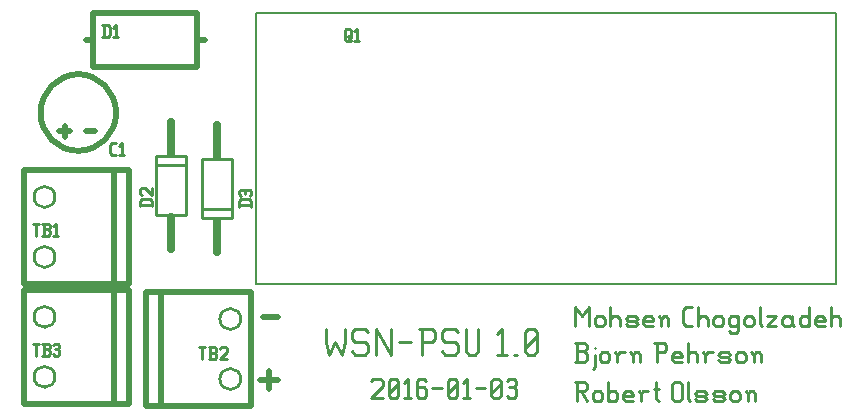
<source format=gbr>
G04 start of page 8 for group -4079 idx -4079 *
G04 Title: (unknown), topsilk *
G04 Creator: pcb 20110918 *
G04 CreationDate: sön  3 jan 2016 17:39:44 UTC *
G04 For: mohsen *
G04 Format: Gerber/RS-274X *
G04 PCB-Dimensions: 600000 500000 *
G04 PCB-Coordinate-Origin: lower left *
%MOIN*%
%FSLAX25Y25*%
%LNTOPSILK*%
%ADD67C,0.0197*%
%ADD66C,0.0250*%
%ADD65C,0.0059*%
%ADD64C,0.0100*%
%ADD63C,0.0200*%
G54D63*X25000Y450000D02*X28000D01*
X18000D02*Y448000D01*
X84000Y388000D02*X89000D01*
X84000Y367000D02*X89000D01*
X86000Y370000D02*Y364000D01*
X85000Y367000D02*X83000D01*
G54D64*X120000Y366600D02*X120800Y367400D01*
X123200D01*
X124000Y366600D01*
Y365000D01*
X120000Y361000D02*X124000Y365000D01*
X120000Y361000D02*X124000D01*
X125920Y361800D02*X126720Y361000D01*
X125920Y366600D02*Y361800D01*
Y366600D02*X126720Y367400D01*
X128320D01*
X129120Y366600D01*
Y361800D01*
X128320Y361000D02*X129120Y361800D01*
X126720Y361000D02*X128320D01*
X125920Y362600D02*X129120Y365800D01*
X131040Y366120D02*X132320Y367400D01*
Y361000D01*
X131040D02*X133440D01*
X137760Y367400D02*X138560Y366600D01*
X136160Y367400D02*X137760D01*
X135360Y366600D02*X136160Y367400D01*
X135360Y366600D02*Y361800D01*
X136160Y361000D01*
X137760Y364520D02*X138560Y363720D01*
X135360Y364520D02*X137760D01*
X136160Y361000D02*X137760D01*
X138560Y361800D01*
Y363720D02*Y361800D01*
X140480Y364200D02*X143680D01*
X145600Y361800D02*X146400Y361000D01*
X145600Y366600D02*Y361800D01*
Y366600D02*X146400Y367400D01*
X148000D01*
X148800Y366600D01*
Y361800D01*
X148000Y361000D02*X148800Y361800D01*
X146400Y361000D02*X148000D01*
X145600Y362600D02*X148800Y365800D01*
X150720Y366120D02*X152000Y367400D01*
Y361000D01*
X150720D02*X153120D01*
X155040Y364200D02*X158240D01*
X160160Y361800D02*X160960Y361000D01*
X160160Y366600D02*Y361800D01*
Y366600D02*X160960Y367400D01*
X162560D01*
X163360Y366600D01*
Y361800D01*
X162560Y361000D02*X163360Y361800D01*
X160960Y361000D02*X162560D01*
X160160Y362600D02*X163360Y365800D01*
X165280Y366600D02*X166080Y367400D01*
X167680D01*
X168480Y366600D01*
X167680Y361000D02*X168480Y361800D01*
X166080Y361000D02*X167680D01*
X165280Y361800D02*X166080Y361000D01*
Y364520D02*X167680D01*
X168480Y366600D02*Y365320D01*
Y363720D02*Y361800D01*
Y363720D02*X167680Y364520D01*
X168480Y365320D02*X167680Y364520D01*
X188000Y366400D02*X191200D01*
X192000Y365600D01*
Y364000D01*
X191200Y363200D02*X192000Y364000D01*
X188800Y363200D02*X191200D01*
X188800Y366400D02*Y360000D01*
X190080Y363200D02*X192000Y360000D01*
X193920Y362400D02*Y360800D01*
Y362400D02*X194720Y363200D01*
X196320D01*
X197120Y362400D01*
Y360800D01*
X196320Y360000D02*X197120Y360800D01*
X194720Y360000D02*X196320D01*
X193920Y360800D02*X194720Y360000D01*
X199040Y366400D02*Y360000D01*
Y360800D02*X199840Y360000D01*
X201440D01*
X202240Y360800D01*
Y362400D02*Y360800D01*
X201440Y363200D02*X202240Y362400D01*
X199840Y363200D02*X201440D01*
X199040Y362400D02*X199840Y363200D01*
X204960Y360000D02*X207360D01*
X204160Y360800D02*X204960Y360000D01*
X204160Y362400D02*Y360800D01*
Y362400D02*X204960Y363200D01*
X206560D01*
X207360Y362400D01*
X204160Y361600D02*X207360D01*
Y362400D02*Y361600D01*
X210080Y362400D02*Y360000D01*
Y362400D02*X210880Y363200D01*
X212480D01*
X209280D02*X210080Y362400D01*
X215200Y366400D02*Y360800D01*
X216000Y360000D01*
X214400Y364000D02*X216000D01*
X220480Y365600D02*Y360800D01*
Y365600D02*X221280Y366400D01*
X222880D01*
X223680Y365600D01*
Y360800D01*
X222880Y360000D02*X223680Y360800D01*
X221280Y360000D02*X222880D01*
X220480Y360800D02*X221280Y360000D01*
X225600Y366400D02*Y360800D01*
X226400Y360000D01*
X228800D02*X231200D01*
X232000Y360800D01*
X231200Y361600D02*X232000Y360800D01*
X228800Y361600D02*X231200D01*
X228000Y362400D02*X228800Y361600D01*
X228000Y362400D02*X228800Y363200D01*
X231200D01*
X232000Y362400D01*
X228000Y360800D02*X228800Y360000D01*
X234720D02*X237120D01*
X237920Y360800D01*
X237120Y361600D02*X237920Y360800D01*
X234720Y361600D02*X237120D01*
X233920Y362400D02*X234720Y361600D01*
X233920Y362400D02*X234720Y363200D01*
X237120D01*
X237920Y362400D01*
X233920Y360800D02*X234720Y360000D01*
X239840Y362400D02*Y360800D01*
Y362400D02*X240640Y363200D01*
X242240D01*
X243040Y362400D01*
Y360800D01*
X242240Y360000D02*X243040Y360800D01*
X240640Y360000D02*X242240D01*
X239840Y360800D02*X240640Y360000D01*
X245760Y362400D02*Y360000D01*
Y362400D02*X246560Y363200D01*
X247360D01*
X248160Y362400D01*
Y360000D01*
X244960Y363200D02*X245760Y362400D01*
X105000Y383900D02*Y379700D01*
X106050Y375500D01*
X108150Y379700D01*
X110250Y375500D01*
X111300Y379700D01*
Y383900D02*Y379700D01*
X118020Y383900D02*X119070Y382850D01*
X114870Y383900D02*X118020D01*
X113820Y382850D02*X114870Y383900D01*
X113820Y382850D02*Y380750D01*
X114870Y379700D01*
X118020D01*
X119070Y378650D01*
Y376550D01*
X118020Y375500D02*X119070Y376550D01*
X114870Y375500D02*X118020D01*
X113820Y376550D02*X114870Y375500D01*
X121590Y383900D02*Y375500D01*
Y383900D02*X126840Y375500D01*
Y383900D02*Y375500D01*
X129360Y379700D02*X133560D01*
X137130Y383900D02*Y375500D01*
X136080Y383900D02*X140280D01*
X141330Y382850D01*
Y380750D01*
X140280Y379700D02*X141330Y380750D01*
X137130Y379700D02*X140280D01*
X148050Y383900D02*X149100Y382850D01*
X144900Y383900D02*X148050D01*
X143850Y382850D02*X144900Y383900D01*
X143850Y382850D02*Y380750D01*
X144900Y379700D01*
X148050D01*
X149100Y378650D01*
Y376550D01*
X148050Y375500D02*X149100Y376550D01*
X144900Y375500D02*X148050D01*
X143850Y376550D02*X144900Y375500D01*
X151620Y383900D02*Y376550D01*
X152670Y375500D01*
X154770D01*
X155820Y376550D01*
Y383900D02*Y376550D01*
X162120Y382220D02*X163800Y383900D01*
Y375500D01*
X162120D02*X165270D01*
X167790D02*X168840D01*
X171360Y376550D02*X172410Y375500D01*
X171360Y382850D02*Y376550D01*
Y382850D02*X172410Y383900D01*
X174510D01*
X175560Y382850D01*
Y376550D01*
X174510Y375500D02*X175560Y376550D01*
X172410Y375500D02*X174510D01*
X171360Y377600D02*X175560Y381800D01*
X188000Y391400D02*Y385000D01*
Y391400D02*X190400Y388200D01*
X192800Y391400D01*
Y385000D01*
X194720Y387400D02*Y385800D01*
Y387400D02*X195520Y388200D01*
X197120D01*
X197920Y387400D01*
Y385800D01*
X197120Y385000D02*X197920Y385800D01*
X195520Y385000D02*X197120D01*
X194720Y385800D02*X195520Y385000D01*
X199840Y391400D02*Y385000D01*
Y387400D02*X200640Y388200D01*
X202240D01*
X203040Y387400D01*
Y385000D01*
X205760D02*X208160D01*
X208960Y385800D01*
X208160Y386600D02*X208960Y385800D01*
X205760Y386600D02*X208160D01*
X204960Y387400D02*X205760Y386600D01*
X204960Y387400D02*X205760Y388200D01*
X208160D01*
X208960Y387400D01*
X204960Y385800D02*X205760Y385000D01*
X211680D02*X214080D01*
X210880Y385800D02*X211680Y385000D01*
X210880Y387400D02*Y385800D01*
Y387400D02*X211680Y388200D01*
X213280D01*
X214080Y387400D01*
X210880Y386600D02*X214080D01*
Y387400D02*Y386600D01*
X216800Y387400D02*Y385000D01*
Y387400D02*X217600Y388200D01*
X218400D01*
X219200Y387400D01*
Y385000D01*
X216000Y388200D02*X216800Y387400D01*
X225120Y385000D02*X227200D01*
X224000Y386120D02*X225120Y385000D01*
X224000Y390280D02*Y386120D01*
Y390280D02*X225120Y391400D01*
X227200D01*
X229120D02*Y385000D01*
Y387400D02*X229920Y388200D01*
X231520D01*
X232320Y387400D01*
Y385000D01*
X234240Y387400D02*Y385800D01*
Y387400D02*X235040Y388200D01*
X236640D01*
X237440Y387400D01*
Y385800D01*
X236640Y385000D02*X237440Y385800D01*
X235040Y385000D02*X236640D01*
X234240Y385800D02*X235040Y385000D01*
X241760Y388200D02*X242560Y387400D01*
X240160Y388200D02*X241760D01*
X239360Y387400D02*X240160Y388200D01*
X239360Y387400D02*Y385800D01*
X240160Y385000D01*
X241760D01*
X242560Y385800D01*
X239360Y383400D02*X240160Y382600D01*
X241760D01*
X242560Y383400D01*
Y388200D02*Y383400D01*
X244480Y387400D02*Y385800D01*
Y387400D02*X245280Y388200D01*
X246880D01*
X247680Y387400D01*
Y385800D01*
X246880Y385000D02*X247680Y385800D01*
X245280Y385000D02*X246880D01*
X244480Y385800D02*X245280Y385000D01*
X249600Y391400D02*Y385800D01*
X250400Y385000D01*
X252000Y388200D02*X255200D01*
X252000Y385000D02*X255200Y388200D01*
X252000Y385000D02*X255200D01*
X259520Y388200D02*X260320Y387400D01*
X257920Y388200D02*X259520D01*
X257120Y387400D02*X257920Y388200D01*
X257120Y387400D02*Y385800D01*
X257920Y385000D01*
X260320Y388200D02*Y385800D01*
X261120Y385000D01*
X257920D02*X259520D01*
X260320Y385800D01*
X266240Y391400D02*Y385000D01*
X265440D02*X266240Y385800D01*
X263840Y385000D02*X265440D01*
X263040Y385800D02*X263840Y385000D01*
X263040Y387400D02*Y385800D01*
Y387400D02*X263840Y388200D01*
X265440D01*
X266240Y387400D01*
X268960Y385000D02*X271360D01*
X268160Y385800D02*X268960Y385000D01*
X268160Y387400D02*Y385800D01*
Y387400D02*X268960Y388200D01*
X270560D01*
X271360Y387400D01*
X268160Y386600D02*X271360D01*
Y387400D02*Y386600D01*
X273280Y391400D02*Y385000D01*
Y387400D02*X274080Y388200D01*
X275680D01*
X276480Y387400D01*
Y385000D01*
X188000Y373000D02*X191200D01*
X192000Y373800D01*
Y375720D02*Y373800D01*
X191200Y376520D02*X192000Y375720D01*
X188800Y376520D02*X191200D01*
X188800Y379400D02*Y373000D01*
X188000Y379400D02*X191200D01*
X192000Y378600D01*
Y377320D01*
X191200Y376520D02*X192000Y377320D01*
X194720Y377800D02*Y377640D01*
Y375400D02*Y371400D01*
X193920Y370600D02*X194720Y371400D01*
X196320Y375400D02*Y373800D01*
Y375400D02*X197120Y376200D01*
X198720D01*
X199520Y375400D01*
Y373800D01*
X198720Y373000D02*X199520Y373800D01*
X197120Y373000D02*X198720D01*
X196320Y373800D02*X197120Y373000D01*
X202240Y375400D02*Y373000D01*
Y375400D02*X203040Y376200D01*
X204640D01*
X201440D02*X202240Y375400D01*
X207360D02*Y373000D01*
Y375400D02*X208160Y376200D01*
X208960D01*
X209760Y375400D01*
Y373000D01*
X206560Y376200D02*X207360Y375400D01*
X215360Y379400D02*Y373000D01*
X214560Y379400D02*X217760D01*
X218560Y378600D01*
Y377000D01*
X217760Y376200D02*X218560Y377000D01*
X215360Y376200D02*X217760D01*
X221280Y373000D02*X223680D01*
X220480Y373800D02*X221280Y373000D01*
X220480Y375400D02*Y373800D01*
Y375400D02*X221280Y376200D01*
X222880D01*
X223680Y375400D01*
X220480Y374600D02*X223680D01*
Y375400D02*Y374600D01*
X225600Y379400D02*Y373000D01*
Y375400D02*X226400Y376200D01*
X228000D01*
X228800Y375400D01*
Y373000D01*
X231520Y375400D02*Y373000D01*
Y375400D02*X232320Y376200D01*
X233920D01*
X230720D02*X231520Y375400D01*
X236640Y373000D02*X239040D01*
X239840Y373800D01*
X239040Y374600D02*X239840Y373800D01*
X236640Y374600D02*X239040D01*
X235840Y375400D02*X236640Y374600D01*
X235840Y375400D02*X236640Y376200D01*
X239040D01*
X239840Y375400D01*
X235840Y373800D02*X236640Y373000D01*
X241760Y375400D02*Y373800D01*
Y375400D02*X242560Y376200D01*
X244160D01*
X244960Y375400D01*
Y373800D01*
X244160Y373000D02*X244960Y373800D01*
X242560Y373000D02*X244160D01*
X241760Y373800D02*X242560Y373000D01*
X247680Y375400D02*Y373000D01*
Y375400D02*X248480Y376200D01*
X249280D01*
X250080Y375400D01*
Y373000D01*
X246880Y376200D02*X247680Y375400D01*
G54D63*X45197Y358339D02*X80197D01*
X45197Y396339D02*Y358339D01*
X50197Y396339D02*Y358339D01*
X45197Y396339D02*X80197D01*
Y358339D01*
G54D64*X76697Y367339D02*G75*G03X76697Y367339I-3500J0D01*G01*
Y387339D02*G75*G03X76697Y387339I-3500J0D01*G01*
G54D63*X4260Y397063D02*X39260D01*
Y359063D01*
X34260Y397063D02*Y359063D01*
X4260D02*X39260D01*
X4260Y397063D02*Y359063D01*
G54D64*X7760Y388063D02*G75*G03X7760Y388063I3500J0D01*G01*
Y368063D02*G75*G03X7760Y368063I3500J0D01*G01*
G54D65*X275008Y489496D02*Y398945D01*
X81701D01*
Y489496D01*
X275008D02*X81701D01*
G54D64*X63729Y440717D02*Y421017D01*
Y440717D02*X73829D01*
Y421017D01*
X63729D02*X73829D01*
X63729Y424067D02*X73829D01*
G54D66*X68779Y420040D02*Y409617D01*
Y420040D02*X68858Y420119D01*
X68779Y452117D02*Y441536D01*
X68819Y441497D01*
G54D67*X27504Y480299D02*Y489354D01*
X62149D01*
Y471244D01*
X27504D01*
Y480692D01*
Y480299D02*X25142D01*
X62149D02*X64905D01*
G54D64*X58515Y441755D02*Y422055D01*
X48415D02*X58515D01*
X48415Y441755D02*Y422055D01*
Y441755D02*X58515D01*
X48415Y438705D02*X58515D01*
G54D66*X53465Y453155D02*Y442732D01*
X53386Y442653D01*
X53465Y421236D02*Y410655D01*
Y421236D02*X53425Y421275D01*
G54D63*X4260Y437024D02*X39260D01*
Y399024D01*
X34260Y437024D02*Y399024D01*
X4260D02*X39260D01*
X4260Y437024D02*Y399024D01*
G54D64*X7760Y428024D02*G75*G03X7760Y428024I3500J0D01*G01*
Y408024D02*G75*G03X7760Y408024I3500J0D01*G01*
G54D63*X18197Y451685D02*Y448929D01*
X16229Y450110D02*X19772D01*
X35126Y456016D02*G75*G03X22134Y469008I-12992J0D01*G01*
X22528Y443418D02*G75*G03X35126Y456016I0J12598D01*G01*
X9930D02*G75*G03X22528Y443418I12598J0D01*G01*
X22922Y469008D02*G75*G03X9930Y456016I0J-12992D01*G01*
G54D64*X30988Y485283D02*Y481283D01*
X32288Y485283D02*X32988Y484583D01*
Y481983D01*
X32288Y481283D02*X32988Y481983D01*
X30488Y481283D02*X32288D01*
X30488Y485283D02*X32288D01*
X34188Y484483D02*X34988Y485283D01*
Y481283D01*
X34188D02*X35688D01*
X43197Y425468D02*X47197D01*
X43197Y426768D02*X43897Y427468D01*
X46497D01*
X47197Y426768D02*X46497Y427468D01*
X47197Y426768D02*Y424968D01*
X43197Y426768D02*Y424968D01*
X43697Y428668D02*X43197Y429168D01*
Y430668D02*Y429168D01*
Y430668D02*X43697Y431168D01*
X44697D01*
X47197Y428668D02*X44697Y431168D01*
X47197D02*Y428668D01*
X7260Y379063D02*X9260D01*
X8260D02*Y375063D01*
X10460D02*X12460D01*
X12960Y375563D01*
Y376763D02*Y375563D01*
X12460Y377263D02*X12960Y376763D01*
X10960Y377263D02*X12460D01*
X10960Y379063D02*Y375063D01*
X10460Y379063D02*X12460D01*
X12960Y378563D01*
Y377763D01*
X12460Y377263D02*X12960Y377763D01*
X14160Y378563D02*X14660Y379063D01*
X15660D01*
X16160Y378563D01*
X15660Y375063D02*X16160Y375563D01*
X14660Y375063D02*X15660D01*
X14160Y375563D02*X14660Y375063D01*
Y377263D02*X15660D01*
X16160Y378563D02*Y377763D01*
Y376763D02*Y375563D01*
Y376763D02*X15660Y377263D01*
X16160Y377763D02*X15660Y377263D01*
X7260Y419024D02*X9260D01*
X8260D02*Y415024D01*
X10460D02*X12460D01*
X12960Y415524D01*
Y416724D02*Y415524D01*
X12460Y417224D02*X12960Y416724D01*
X10960Y417224D02*X12460D01*
X10960Y419024D02*Y415024D01*
X10460Y419024D02*X12460D01*
X12960Y418524D01*
Y417724D01*
X12460Y417224D02*X12960Y417724D01*
X14160Y418224D02*X14960Y419024D01*
Y415024D01*
X14160D02*X15660D01*
X33724Y441945D02*X35024D01*
X33024Y442645D02*X33724Y441945D01*
X33024Y445245D02*Y442645D01*
Y445245D02*X33724Y445945D01*
X35024D01*
X36224Y445145D02*X37024Y445945D01*
Y441945D01*
X36224D02*X37724D01*
X76197Y425304D02*X80197D01*
X76197Y426604D02*X76897Y427304D01*
X79497D01*
X80197Y426604D02*X79497Y427304D01*
X80197Y426604D02*Y424804D01*
X76197Y426604D02*Y424804D01*
X76697Y428504D02*X76197Y429004D01*
Y430004D02*Y429004D01*
Y430004D02*X76697Y430504D01*
X80197Y430004D02*X79697Y430504D01*
X80197Y430004D02*Y429004D01*
X79697Y428504D02*X80197Y429004D01*
X77997Y430004D02*Y429004D01*
X76697Y430504D02*X77497D01*
X78497D02*X79697D01*
X78497D02*X77997Y430004D01*
X77497Y430504D02*X77997Y430004D01*
X62796Y377892D02*X64796D01*
X63796D02*Y373892D01*
X65996D02*X67996D01*
X68496Y374392D01*
Y375592D02*Y374392D01*
X67996Y376092D02*X68496Y375592D01*
X66496Y376092D02*X67996D01*
X66496Y377892D02*Y373892D01*
X65996Y377892D02*X67996D01*
X68496Y377392D01*
Y376592D01*
X67996Y376092D02*X68496Y376592D01*
X69696Y377392D02*X70196Y377892D01*
X71696D01*
X72196Y377392D01*
Y376392D01*
X69696Y373892D02*X72196Y376392D01*
X69696Y373892D02*X72196D01*
X111276Y483547D02*Y480547D01*
Y483547D02*X111776Y484047D01*
X112776D01*
X113276Y483547D01*
Y481047D01*
X112276Y480047D02*X113276Y481047D01*
X111776Y480047D02*X112276D01*
X111276Y480547D02*X111776Y480047D01*
X112276Y481547D02*X113276Y480047D01*
X114476Y483247D02*X115276Y484047D01*
Y480047D01*
X114476D02*X115976D01*
M02*

</source>
